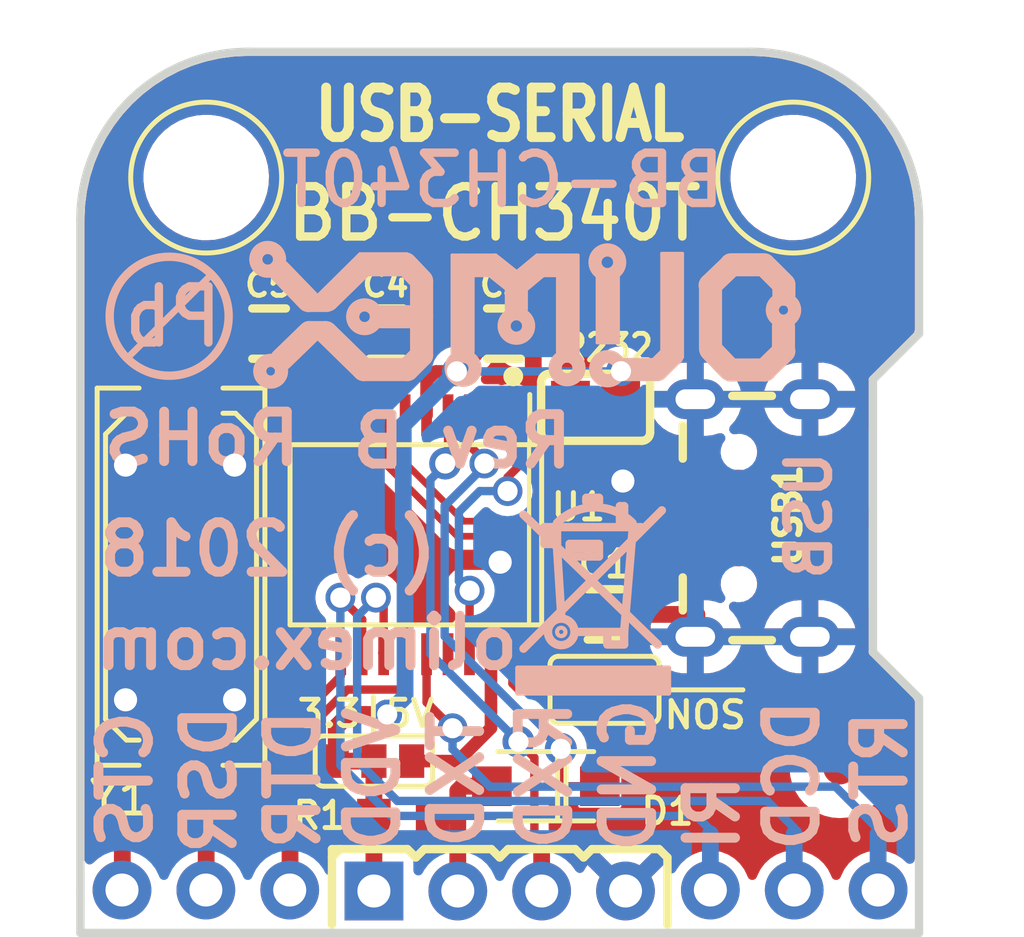
<source format=kicad_pcb>
(kicad_pcb (version 20221018) (generator pcbnew)
  (layers (0 "F.Cu" signal) (31 "B.Cu" signal) (34 "B.Paste" user) (35 "F.Paste" user) (36 "B.SilkS" user "B.Silkscreen") (37 "F.SilkS" user "F.Silkscreen") (38 "B.Mask" user) (39 "F.Mask" user) (44 "Edge.Cuts" user))
  (net 0 "")
  (net 1 "Net-(C4-Pad1)")
  (net 2 "GND")
  (net 3 "Net-(C5-Pad1)")
  (net 4 "Net-(USB1-Pad4)")
  (net 5 "/VDD")
  (net 6 "/DCD")
  (net 7 "/RI")
  (net 8 "/NOS")
  (net 9 "/TXD")
  (net 10 "/TX")
  (net 11 "/RXD")
  (net 12 "/RTS")
  (net 13 "/CTS")
  (net 14 "/DTR")
  (net 15 "/DSR")
  (net 16 "/D_N")
  (net 17 "/D_P")
  (net 18 "Net-(SJ2-Pad1)")
  (net 19 "Net-(C1-Pad1)")
  (net 20 "Net-(C3-Pad1)")
  (footprint "Connect:1pin" (layer "F.Cu") (at 152.81 107.11)
    (fp_text reference "" hide)
    (fp_text value "1pin")
    (pad "" np_thru_hole circle (at 0 0) (size 3.3 3.3) (drill 3.3) (layers "*.Cu" "*.Mask"))
  )
  (footprint "Connect:1pin" (layer "F.Cu") (at 170.59 107.11)
    (fp_text reference "" hide)
    (fp_text value "1pin")
    (pad "" np_thru_hole circle (at 0 0) (size 3.3 3.3) (drill 3.3) (layers "*.Cu" "*.Mask"))
  )
  (footprint "Fiducial1x3" (layer "F.Cu") (at 151 119)
    (fp_text reference "" (at 0 3) (layer "F.SilkS"))
    (fp_text value "Fiducial1x3")
    (pad "Fid1" connect circle (at 0 0) (size 1 1) (layers "F.Cu" "F.Mask") (clearance 1.016))
  )
  (footprint "OLIMEX_Other-FP:Fiducial1x3" (layer "F.Cu") (at 172 125)
    (fp_text reference "" (at 0 3) (layer "F.SilkS"))
    (fp_text value "Fiducial1x3")
    (pad "Fid1" connect circle (at 0 0) (size 1 1) (layers "F.Cu" "F.Mask") (clearance 1.016))
  )
  (footprint "OLIMEX_Other-FP:Fiducial1x3" (layer "F.Cu") (at 172 111)
    (fp_text reference "" (at 3.683 1.651) (layer "F.SilkS"))
    (fp_text value "Fiducial1x3")
    (pad "Fid1" connect circle (at 0 0) (size 1 1) (layers "F.Cu" "F.Mask") (clearance 1.016))
  )
  (footprint "OLIMEX_Other-FP:via_09_07" (layer "F.Cu") (at 153.67 115.824)
    (fp_text reference "Ref**" hide)
    (fp_text value "Val**")
    (pad "0" thru_hole circle (at 0 0) (size 0.9 0.9) (drill 0.7) (layers "*.Cu") (net 2 "GND"))
  )
  (footprint "OLIMEX_Other-FP:via_09_07" (layer "F.Cu") (at 153.67 122.936)
    (fp_text reference "Ref**" hide)
    (fp_text value "Val**")
    (pad "0" thru_hole circle (at 0 0) (size 0.9 0.9) (drill 0.7) (layers "*.Cu") (net 2 "GND"))
  )
  (footprint "OLIMEX_Other-FP:via_09_07" (layer "F.Cu") (at 150.368 122.936)
    (fp_text reference "Ref**" hide)
    (fp_text value "Val**")
    (pad "0" thru_hole circle (at 0 0) (size 0.9 0.9) (drill 0.7) (layers "*.Cu") (net 2 "GND"))
  )
  (footprint "OLIMEX_Other-FP:via_09_07" (layer "F.Cu") (at 150.368 115.824)
    (fp_text reference "Ref**" hide)
    (fp_text value "Val**")
    (pad "0" thru_hole circle (at 0 0) (size 0.9 0.9) (drill 0.7) (layers "*.Cu") (net 2 "GND"))
  )
  (footprint "OLIMEX_Connectors-FP:HN1x3" (layer "F.Cu") (at 152.8 128.7)
    (fp_text reference "CON1" hide)
    (fp_text value "n.a")
    (pad "1" thru_hole circle (at -2.54 0) (size 1.778 1.778) (drill 1) (layers "*.Cu" "*.Mask") (net 13 "/CTS"))
    (pad "2" thru_hole circle (at 0 0) (size 1.778 1.778) (drill 1) (layers "*.Cu" "*.Mask") (net 15 "/DSR"))
    (pad "3" thru_hole circle (at 2.54 0) (size 1.778 1.778) (drill 1) (layers "*.Cu" "*.Mask") (net 14 "/DTR"))
  )
  (footprint "OLIMEX_Connectors-FP:HN1x3" (layer "F.Cu") (at 170.62 128.7)
    (fp_text reference "CON2" hide)
    (fp_text value "n.a")
    (pad "1" thru_hole circle (at -2.54 0) (size 1.778 1.778) (drill 1) (layers "*.Cu" "*.Mask") (net 7 "/RI"))
    (pad "2" thru_hole circle (at 0 0) (size 1.778 1.778) (drill 1) (layers "*.Cu" "*.Mask") (net 6 "/DCD"))
    (pad "3" thru_hole circle (at 2.54 0) (size 1.778 1.778) (drill 1) (layers "*.Cu" "*.Mask") (net 12 "/RTS"))
  )
  (footprint "OLIMEX_Other-FP:via_09_07" (layer "F.Cu") (at 165.4302 116.3066)
    (fp_text reference "Ref**" hide)
    (fp_text value "Val**")
    (pad "0" thru_hole circle (at 0 0) (size 0.9 0.9) (drill 0.7) (layers "*.Cu") (net 2 "GND"))
  )
  (footprint "OLIMEX_Jumpers-FP:SJ" (layer "F.Cu") (at 164.6047 114.0714)
    (fp_text reference "SJ2" hide)
    (fp_text value "RS232")
    (pad "1" smd rect (at -0.762 0) (size 1.1684 1.6002) (layers "F.Cu" "F.Mask") (net 18 "Net-(SJ2-Pad1)") (clearance 0.0508))
    (pad "1" smd rect (at -0.762 0) (size 1.1684 1.6002) (layers "F.Cu" "F.Mask") (net 18 "Net-(SJ2-Pad1)"))
    (pad "2" smd rect (at 0.762 0) (size 1.1684 1.6002) (layers "F.Cu" "F.Mask") (net 20 "Net-(C3-Pad1)") (clearance 0.0508))
  )
  (footprint "OLIMEX_Other-FP:via_09_07" (layer "F.Cu") (at 161.71418 118.76532)
    (fp_text reference "Ref**" hide)
    (fp_text value "Val**")
    (pad "0" thru_hole circle (at 0 0) (size 0.9 0.9) (drill 0.7) (layers "*.Cu") (net 2 "GND"))
  )
  (footprint "OLIMEX_Jumpers-FP:SJ_2_SMALL_12_TIED" (layer "F.Cu") (at 157.89 124.793)
    (fp_text reference "JP1" hide)
    (fp_text value "3.3-5V")
    (fp_line (start -1.143 0) (end 0 0) (stroke (width 0.508)) (layer "F.Cu"))
    (pad "1" smd rect (at -1.143 0) (size 0.762 1.016) (layers "F.Cu" "F.Mask") (net 20 "Net-(C3-Pad1)") (clearance 0.0508))
    (pad "2" smd rect (at 0 0) (size 0.762 1.016) (layers "F.Cu" "F.Mask") (net 5 "/VDD") (clearance 0.0508))
    (pad "3" smd rect (at 1.143 0) (size 0.762 1.016) (layers "F.Cu" "F.Mask") (net 19 "Net-(C1-Pad1)") (clearance 0.0508))
  )
  (footprint "OLIMEX_RLC-FP:C_0603_5MIL_DWS" (layer "F.Cu") (at 164.875 120.348)
    (fp_text reference "C1" (at 0 -1.524) (layer "F.SilkS") (effects (font (size 0.8 0.8))))
    (fp_text value "2.2uF")
    (pad "1" smd rect (at -0.889 0) (size 1.016 1.016) (layers "F.Cu" "F.Paste" "F.Mask") (net 19 "Net-(C1-Pad1)") (clearance 0.0508))
    (pad "2" smd rect (at 0.889 0) (size 1.016 1.016) (layers "F.Cu" "F.Paste" "F.Mask") (net 2 "GND") (clearance 0.0508))
  )
  (footprint "OLIMEX_RLC-FP:C_0603_5MIL_DWS" (layer "F.Cu") (at 161.827 111.839)
    (fp_text reference "C3" (at -0.029 -1.476) (layer "F.SilkS") (effects (font (size 0.7 0.7))))
    (fp_text value "10nF")
    (pad "1" smd rect (at -0.889 0) (size 1.016 1.016) (layers "F.Cu" "F.Paste" "F.Mask") (net 20 "Net-(C3-Pad1)") (clearance 0.0508))
    (pad "2" smd rect (at 0.889 0) (size 1.016 1.016) (layers "F.Cu" "F.Paste" "F.Mask") (net 2 "GND") (clearance 0.0508))
  )
  (footprint "OLIMEX_RLC-FP:C_0603_5MIL_DWS" (layer "F.Cu") (at 158.271 111.839)
    (fp_text reference "C4" (at -0.029 -1.476) (layer "F.SilkS") (effects (font (size 0.7 0.7))))
    (fp_text value "39p")
    (pad "1" smd rect (at -0.889 0) (size 1.016 1.016) (layers "F.Cu" "F.Paste" "F.Mask") (net 1 "Net-(C4-Pad1)") (clearance 0.0508))
    (pad "2" smd rect (at 0.889 0) (size 1.016 1.016) (layers "F.Cu" "F.Paste" "F.Mask") (net 2 "GND") (clearance 0.0508))
  )
  (footprint "OLIMEX_RLC-FP:C_0603_5MIL_DWS" (layer "F.Cu") (at 154.715 111.839 180)
    (fp_text reference "C5" (at 0.029 1.476) (layer "F.SilkS") (effects (font (size 0.7 0.7))))
    (fp_text value "39p")
    (pad "1" smd rect (at -0.889 0 180) (size 1.016 1.016) (layers "F.Cu" "F.Paste" "F.Mask") (net 3 "Net-(C5-Pad1)") (clearance 0.0508))
    (pad "2" smd rect (at 0.889 0 180) (size 1.016 1.016) (layers "F.Cu" "F.Paste" "F.Mask") (net 2 "GND") (clearance 0.0508))
  )
  (footprint "OLIMEX_Connectors-FP:HN1x4" (layer "F.Cu") (at 161.7 128.73)
    (fp_text reference "POUT1" hide)
    (fp_text value "HR1X4")
    (pad "1" thru_hole rect (at -3.81 0) (size 1.778 1.778) (drill 1) (layers "*.Cu" "*.Mask") (net 5 "/VDD"))
    (pad "2" thru_hole circle (at -1.27 0) (size 1.778 1.778) (drill 1) (layers "*.Cu" "*.Mask") (net 9 "/TXD"))
    (pad "3" thru_hole circle (at 1.27 0) (size 1.778 1.778) (drill 1) (layers "*.Cu" "*.Mask") (net 11 "/RXD"))
    (pad "4" thru_hole circle (at 3.81 0) (size 1.778 1.778) (drill 1) (layers "*.Cu" "*.Mask") (net 2 "GND"))
  )
  (footprint "OLIMEX_RLC-FP:R_0603_5MIL_DWS" (layer "F.Cu") (at 158.779 126.444)
    (fp_text reference "R1" (at -2.54 0) (layer "F.SilkS") (effects (font (size 0.8 0.8))))
    (fp_text value "1K")
    (pad "1" smd rect (at -0.889 0) (size 1.016 1.016) (layers "F.Cu" "F.Paste" "F.Mask") (net 5 "/VDD"))
    (pad "2" smd rect (at 0.889 0) (size 1.016 1.016) (layers "F.Cu" "F.Paste" "F.Mask") (net 9 "/TXD"))
  )
  (footprint "OLIMEX_IC-FP:SSOP-20W" (layer "F.Cu") (at 159.16 117.935 180)
    (fp_text reference "U1" (at -4.924 0.841) (layer "F.SilkS") (effects (font (size 0.8 0.8))))
    (fp_text value "CH340H/T")
    (pad "" smd circle (at -2.95 4.8 180) (size 0.6 0.6) (layers "F.SilkS"))
    (pad "1" smd rect (at -2.925 3.6195 180) (size 0.325 1.27) (layers "F.Cu" "F.Paste" "F.Mask"))
    (pad "2" smd rect (at -2.275 3.6195 180) (size 0.325 1.27) (layers "F.Cu" "F.Paste" "F.Mask"))
    (pad "3" smd rect (at -1.625 3.6195 180) (size 0.325 1.27) (layers "F.Cu" "F.Paste" "F.Mask") (net 10 "/TX"))
    (pad "4" smd rect (at -0.975 3.6195 180) (size 0.325 1.27) (layers "F.Cu" "F.Paste" "F.Mask") (net 11 "/RXD"))
    (pad "5" smd rect (at -0.325 3.6195 180) (size 0.325 1.27) (layers "F.Cu" "F.Paste" "F.Mask") (net 20 "Net-(C3-Pad1)"))
    (pad "6" smd rect (at 0.325 3.6195 180) (size 0.325 1.27) (layers "F.Cu" "F.Paste" "F.Mask") (net 17 "/D_P"))
    (pad "7" smd rect (at 0.975 3.6195 180) (size 0.325 1.27) (layers "F.Cu" "F.Paste" "F.Mask") (net 16 "/D_N"))
    (pad "8" smd rect (at 1.625 3.6195 180) (size 0.325 1.27) (layers "F.Cu" "F.Paste" "F.Mask") (net 2 "GND"))
    (pad "9" smd rect (at 2.275 3.6195 180) (size 0.325 1.27) (layers "F.Cu" "F.Paste" "F.Mask") (net 1 "Net-(C4-Pad1)"))
    (pad "10" smd rect (at 2.925 3.6195 180) (size 0.325 1.27) (layers "F.Cu" "F.Paste" "F.Mask") (net 3 "Net-(C5-Pad1)"))
    (pad "11" smd rect (at 2.925 -3.6195 180) (size 0.325 1.27) (layers "F.Cu" "F.Paste" "F.Mask") (net 13 "/CTS"))
    (pad "12" smd rect (at 2.275 -3.6195 180) (size 0.325 1.27) (layers "F.Cu" "F.Paste" "F.Mask") (net 15 "/DSR"))
    (pad "13" smd rect (at 1.625 -3.6195 180) (size 0.325 1.27) (layers "F.Cu" "F.Paste" "F.Mask") (net 7 "/RI"))
    (pad "14" smd rect (at 0.975 -3.6195 180) (size 0.325 1.27) (layers "F.Cu" "F.Paste" "F.Mask") (net 6 "/DCD"))
    (pad "15" smd rect (at 0.325 -3.6195 180) (size 0.325 1.27) (layers "F.Cu" "F.Paste" "F.Mask") (net 14 "/DTR"))
    (pad "16" smd rect (at -0.325 -3.6195 180) (size 0.325 1.27) (layers "F.Cu" "F.Paste" "F.Mask") (net 12 "/RTS"))
    (pad "17" smd rect (at -0.975 -3.6195 180) (size 0.325 1.27) (layers "F.Cu" "F.Paste" "F.Mask"))
    (pad "18" smd rect (at -1.625 -3.6195 180) (size 0.325 1.27) (layers "F.Cu" "F.Paste" "F.Mask") (net 18 "Net-(SJ2-Pad1)"))
    (pad "19" smd rect (at -2.275 -3.6195 180) (size 0.325 1.27) (layers "F.Cu" "F.Paste" "F.Mask") (net 19 "Net-(C1-Pad1)"))
    (pad "20" smd rect (at -2.925 -3.6195 180) (size 0.325 1.27) (layers "F.Cu" "F.Paste" "F.Mask") (net 8 "/NOS"))
  )
  (footprint "OLIMEX_Connectors-FP:USB-MICRO_MISB-SWMM-5B_LF" (layer "F.Cu") (at 170.844 117.427)
    (fp_text reference "USB1" (at -0.41 -0.079 90) (layer "F.SilkS") (effects (font (size 0.762 0.762) (thickness 0.1905))))
    (fp_text value "USB-uicro-B")
    (pad "" np_thru_hole circle (at -1.9 -2 90) (size 0.6 0.6) (drill 0.6) (layers "*.Cu" "*.Mask"))
    (pad "" np_thru_hole circle (at -1.9 2 90) (size 0.6 0.6) (drill 0.6) (layers "*.Cu" "*.Mask"))
    (pad "0" thru_hole oval (at -3.22 -3.6 90) (size 1.2 1.8) (drill oval 0.6 1.2) (layers "*.Cu" "*.Mask") (net 2 "GND"))
    (pad "0" thru_hole oval (at -3.22 3.6 90) (size 1.2 1.8) (drill oval 0.6 1.2) (layers "*.Cu" "*.Mask") (net 2 "GND"))
    (pad "0" thru_hole oval (at 0.25 -3.6 90) (size 1.2 1.8) (drill oval 0.6 1.2) (layers "*.Cu" "*.Mask") (net 2 "GND"))
    (pad "0" thru_hole oval (at 0.25 3.6 90) (size 1.2 1.8) (drill oval 0.6 1.2) (layers "*.Cu" "*.Mask") (net 2 "GND"))
    (pad "0" smd rect (at 1.4 -1.5 90) (size 1.1 1) (layers "F.Cu" "F.Paste" "F.Mask") (net 2 "GND"))
    (pad "0" smd rect (at 1.4 1.5 90) (size 1.1 1) (layers "F.Cu" "F.Paste" "F.Mask") (net 2 "GND"))
    (pad "1" smd rect (at -2.9 1.3 90) (size 0.325 2.15) (layers "F.Cu" "F.Paste" "F.Mask") (net 19 "Net-(C1-Pad1)"))
    (pad "2" smd rect (at -2.9 0.65 90) (size 0.325 2.15) (layers "F.Cu" "F.Paste" "F.Mask") (net 16 "/D_N"))
    (pad "3" smd rect (at -2.9 0 90) (size 0.325 2.15) (layers "F.Cu" "F.Paste" "F.Mask") (net 17 "/D_P"))
    (pad "4" smd rect (at -2.9 -0.65 90) (size 0.325 2.15) (layers "F.Cu" "F.Paste" "F.Mask") (net 4 "Net-(USB1-Pad4)"))
    (pad "5" smd rect (at -2.9 -1.3 90) (size 0.325 2.15) (layers "F.Cu" "F.Paste" "F.Mask") (net 2 "GND"))
  )
  (footprint "OLIMEX_Crystal-FP:Q_49U3HMS" (layer "F.Cu") (at 152.048 119.205 90)
    (fp_text reference "Y1" (at -6.7056 -1.8542) (layer "F.SilkS"))
    (fp_text value "12.0MHz")
    (pad "1" smd rect (at -4.699 0 90) (size 4.826 1.1) (layers "F.Cu" "F.Paste" "F.Mask") (net 1 "Net-(C4-Pad1)") (clearance 0.0508))
    (pad "2" smd rect (at 4.699 0 90) (size 4.826 1.1) (layers "F.Cu" "F.Paste" "F.Mask") (net 3 "Net-(C5-Pad1)") (clearance 0.0508))
  )
  (footprint "OLIMEX_Jumpers-FP:SJ" (layer "F.Cu") (at 164.875 122.634)
    (fp_text reference "SJ1" hide)
    (fp_text value "#NOS")
    (pad "1" smd rect (at -0.762 0) (size 1.1684 1.6002) (layers "F.Cu" "F.Mask") (net 8 "/NOS"))
    (pad "1" smd rect (at -0.762 0) (size 1.1684 1.6002) (layers "F.Cu" "F.Mask") (net 8 "/NOS") (clearance 0.0508))
    (pad "2" smd rect (at 0.762 0) (size 1.1684 1.6002) (layers "F.Cu" "F.Mask") (net 2 "GND") (clearance 0.0508))
  )
  (footprint "OLIMEX_Diodes-FP:SOD-123_KA" (layer "F.Cu") (at 163.097 125.555 180)
    (fp_text reference "D1" (at -3.683 -0.762) (layer "F.SilkS") (effects (font (size 0.8 0.8))))
    (fp_text value "1N5819/S4")
    (pad "1" smd rect (at -1.635 0 180) (size 1.2 1.2) (layers "F.Cu" "F.Paste" "F.Mask") (net 10 "/TX") (clearance 0.0508))
    (pad "2" smd rect (at 1.635 0 180) (size 1.2 1.2) (layers "F.Cu" "F.Paste" "F.Mask") (net 9 "/TXD") (clearance 0.0508))
  )
  (footprint "OLIMEX_LOGOs-FP:OLIMEX_LOGO_TB" (layer "B.Cu") (at 162.306 111.252 180)
    (fp_text reference "" hide)
    (fp_text value "OLIMEX_LOGO_TB" hide)
  )
  (footprint "OLIMEX_LOGOs-FP:LOGO_PBFREE" (layer "B.Cu") (at 151.892 110.998)
    (fp_text reference "" (at -0.2794 3.52552) (layer "B.SilkS") (effects (justify mirror)))
    (fp_text value "LOGO_PBFREE")
    (fp_text user "Pb" (at -0.08636 0.33528) (layer "B.SilkS") (effects (font (size 1.7 1.5) (thickness 0.254)) (justify mirror)))
  )
  (footprint "OLIMEX_LOGOs-FP:LOGO_RECYCLEBIN_1" (layer "B.Cu") (at 166.8653 122.7836 180)
    (fp_text reference "" hide)
    (fp_text value "" hide)
  )
  (gr_line (start 166.78 122.634) (end 169.066 122.634) (stroke (width 0.15)) (layer "F.SilkS"))
  (gr_line (start 174.4 111.839) (end 174.4 108.38) (stroke (width 0.254)) (layer "Edge.Cuts"))
  (gr_line (start 149 108.38) (end 149 128.73) (stroke (width 0.254)) (layer "Edge.Cuts"))
  (gr_line (start 154.08 103.3) (end 169.32 103.3) (stroke (width 0.254)) (layer "Edge.Cuts"))
  (gr_arc (start 169.32 103.3) (mid 172.912102 104.787898) (end 174.4 108.38) (stroke (width 0.254)) (layer "Edge.Cuts"))
  (gr_line (start 149 130) (end 174.4 130) (stroke (width 0.254)) (layer "Edge.Cuts"))
  (gr_arc (start 149 108.38) (mid 150.487898 104.787898) (end 154.08 103.3) (stroke (width 0.254)) (layer "Edge.Cuts"))
  (gr_line (start 173.003 113.236) (end 173.003 121.491) (stroke (width 0.254)) (layer "Edge.Cuts"))
  (gr_line (start 149 130) (end 149 128.73) (stroke (width 0.254)) (layer "Edge.Cuts"))
  (gr_line (start 174.4 130) (end 174.4 122.888) (stroke (width 0.254)) (layer "Edge.Cuts"))
  (gr_line (start 173.003 113.236) (end 174.4 111.839) (stroke (width 0.254)) (layer "Edge.Cuts"))
  (gr_line (start 173.003 121.491) (end 174.4 122.888) (stroke (width 0.254)) (layer "Edge.Cuts"))
  (gr_text "USB" (at 171.069 117.348 90) (layer "B.SilkS") (effects (font (size 1.27 1.27) (thickness 0.254)) (justify mirror)))
  (gr_text "TXD" (at 160.401 125.349 90) (layer "B.SilkS") (effects (font (size 1.5 1.5) (thickness 0.3)) (justify mirror)))
  (gr_text "RI" (at 168.148 126.365 90) (layer "B.SilkS") (effects (font (size 1.5 1.5) (thickness 0.3)) (justify mirror)))
  (gr_text "DCD" (at 170.561 125.222 90) (layer "B.SilkS") (effects (font (size 1.5 1.5) (thickness 0.3)) (justify mirror)))
  (gr_text "RTS" (at 173.228 125.349 90) (layer "B.SilkS") (effects (font (size 1.5 1.5) (thickness 0.3)) (justify mirror)))
  (gr_text "DTR" (at 155.448 125.349 90) (layer "B.SilkS") (effects (font (size 1.5 1.5) (thickness 0.3)) (justify mirror)))
  (gr_text "CTS" (at 150.368 125.349 90) (layer "B.SilkS") (effects (font (size 1.5 1.5) (thickness 0.3)) (justify mirror)))
  (gr_text "DSR" (at 152.908 125.349 90) (layer "B.SilkS") (effects (font (size 1.5 1.5) (thickness 0.3)) (justify mirror)))
  (gr_text "RoHS" (at 152.6794 115.0239) (layer "B.SilkS") (effects (font (size 1.5 1.5) (thickness 0.3)) (justify mirror)))
  (gr_text "RXD" (at 163.068 125.222 90) (layer "B.SilkS") (effects (font (size 1.5 1.5) (thickness 0.3)) (justify mirror)))
  (gr_text "VDD" (at 157.861 125.349 90) (layer "B.SilkS") (effects (font (size 1.5 1.5) (thickness 0.3)) (justify mirror)))
  (gr_text "olimex.com" (at 155.8544 121.2088) (layer "B.SilkS") (effects (font (size 1.5 1.5) (thickness 0.3)) (justify mirror)))
  (gr_text "GND" (at 165.608 125.222 90) (layer "B.SilkS") (effects (font (size 1.5 1.5) (thickness 0.3)) (justify mirror)))
  (gr_text "(c) 2018" (at 154.686 118.3767) (layer "B.SilkS") (effects (font (size 1.5 1.5) (thickness 0.3)) (justify mirror)))
  (gr_text "Rev B" (at 160.5661 115.1001) (layer "B.SilkS") (effects (font (size 1.5 1.5) (thickness 0.3)) (justify mirror)))
  (gr_text "BB-CH340T" (at 161.798 107.188) (layer "B.SilkS") (effects (font (size 1.524 1.4986) (thickness 0.254)) (justify mirror)))
  (gr_text "BB-CH340T" (at 161.544 108.204) (layer "F.SilkS") (effects (font (size 1.524 1.397) (thickness 0.254))))
  (gr_text "NOS" (at 167.923 123.396) (layer "F.SilkS") (effects (font (size 0.8 0.8))))
  (gr_text "R232" (at 164.973 112.268) (layer "F.SilkS") (effects (font (size 0.8 0.7))))
  (gr_text "USB-SERIAL" (at 161.7 105.205) (layer "F.SilkS") (effects (font (size 1.5 1.2) (thickness 0.3))))
  (gr_text "3.3|5V" (at 157.6451 123.3551) (layer "F.SilkS") (effects (font (size 0.8 0.8))))
  (segment (start 156.885 114.3155) (end 156.885 116.146) (width 0.254) (layer "F.Cu") (net 1))
  (segment (start 156.885 113.501) (end 156.885 114.3155) (width 0.254) (layer "F.Cu") (net 1))
  (segment (start 156.885 116.146) (end 152.048 120.983) (width 0.254) (layer "F.Cu") (net 1))
  (segment (start 156.874 113.49) (end 156.885 113.501) (width 0.254) (layer "F.Cu") (net 1))
  (segment (start 156.874 113.109) (end 156.874 113.49) (width 0.254) (layer "F.Cu") (net 1))
  (segment (start 152.048 120.983) (end 152.048 123.904) (width 0.254) (layer "F.Cu") (net 1))
  (segment (start 157.382 111.839) (end 157.382 112.601) (width 0.254) (layer "F.Cu") (net 1))
  (segment (start 157.382 112.601) (end 156.874 113.109) (width 0.254) (layer "F.Cu") (net 1))
  (segment (start 157.535 114.3155) (end 157.535 116.5775) (width 0.254) (layer "F.Cu") (net 2))
  (segment (start 168.969 116.127) (end 168.987999 116.108001) (width 0.254) (layer "F.Cu") (net 2))
  (segment (start 165.764 120.348) (end 167.669 120.348) (width 0.508) (layer "F.Cu") (net 2))
  (segment (start 157.535 113.4265) (end 158.1065 112.855) (width 0.254) (layer "F.Cu") (net 2))
  (segment (start 159.8295 118.872) (end 161.544 118.872) (width 0.254) (layer "F.Cu") (net 2))
  (segment (start 157.535 114.3155) (end 157.535 113.4265) (width 0.254) (layer "F.Cu") (net 2))
  (segment (start 157.535 116.5775) (end 159.8295 118.872) (width 0.254) (layer "F.Cu") (net 2))
  (segment (start 167.944 116.127) (end 168.969 116.127) (width 0.254) (layer "F.Cu") (net 2))
  (segment (start 167.669 120.982) (end 167.624 121.027) (width 0.508) (layer "F.Cu") (net 2))
  (segment (start 168.987999 116.108001) (end 171.308999 116.108001) (width 0.254) (layer "F.Cu") (net 2))
  (segment (start 171.308999 116.108001) (end 171.49 115.927) (width 0.254) (layer "F.Cu") (net 2))
  (segment (start 167.669 120.348) (end 167.669 120.982) (width 0.508) (layer "F.Cu") (net 2))
  (segment (start 167.324 113.827) (end 167.28 113.871) (width 0.508) (layer "F.Cu") (net 2))
  (segment (start 167.624 113.827) (end 167.324 113.827) (width 0.508) (layer "F.Cu") (net 2))
  (segment (start 167.944 116.127) (end 166.302 116.127) (width 0.254) (layer "F.Cu") (net 2))
  (segment (start 166.302 116.127) (end 166.272 116.157) (width 0.254) (layer "F.Cu") (net 2))
  (segment (start 158.1065 112.855) (end 158.906 112.855) (width 0.254) (layer "F.Cu") (net 2))
  (segment (start 165.383 115.776) (end 165.764 116.157) (width 0.508) (layer "F.Cu") (net 2))
  (segment (start 171.49 115.927) (end 172.244 115.927) (width 0.254) (layer "F.Cu") (net 2))
  (segment (start 158.906 112.855) (end 159.16 112.601) (width 0.254) (layer "F.Cu") (net 2))
  (segment (start 159.16 112.601) (end 159.16 111.839) (width 0.254) (layer "F.Cu") (net 2))
  (segment (start 165.764 116.157) (end 166.272 116.157) (width 0.508) (layer "F.Cu") (net 2))
  (segment (start 152.048 114.506) (end 152.852 114.506) (width 0.254) (layer "F.Cu") (net 3))
  (segment (start 155.604 112.601) (end 156.235 113.232) (width 0.254) (layer "F.Cu") (net 3))
  (segment (start 153.614 113.744) (end 154.461 113.744) (width 0.254) (layer "F.Cu") (net 3))
  (segment (start 156.235 113.232) (end 156.235 114.3155) (width 0.254) (layer "F.Cu") (net 3))
  (segment (start 154.461 113.744) (end 155.604 112.601) (width 0.254) (layer "F.Cu") (net 3))
  (segment (start 152.852 114.506) (end 153.614 113.744) (width 0.254) (layer "F.Cu") (net 3))
  (segment (start 155.604 111.839) (end 155.604 112.601) (width 0.254) (layer "F.Cu") (net 3))
  (segment (start 157.89 124.793) (end 157.89 126.444) (width 0.508) (layer "F.Cu") (net 5))
  (segment (start 157.89 126.444) (end 157.89 128.73) (width 0.508) (layer "F.Cu") (net 5))
  (segment (start 158.144 121.5135) (end 158.185 121.5545) (width 0.254) (layer "F.Cu") (net 6))
  (segment (start 158.185 121.5545) (end 158.185 120.072168) (width 0.254) (layer "F.Cu") (net 6))
  (segment (start 158.185 120.072168) (end 157.951801 119.838969) (width 0.254) (layer "F.Cu") (net 6))
  (via (at 157.951801 119.838969) (size 0.9) (drill 0.6096) (layers "F.Cu" "B.Cu") (net 6))
  (segment (start 157.382 120.40877) (end 157.382 124.782) (width 0.254) (layer "B.Cu") (net 6))
  (segment (start 170.62 126.82) (end 170.62 127) (width 0.254) (layer "B.Cu") (net 6))
  (segment (start 169.8 126) (end 170.62 126.82) (width 0.254) (layer "B.Cu") (net 6))
  (segment (start 157.951801 119.838969) (end 157.382 120.40877) (width 0.254) (layer "B.Cu") (net 6))
  (segment (start 170.62 128.7) (end 170.62 127) (width 0.508) (layer "B.Cu") (net 6))
  (segment (start 158.6 126) (end 169.8 126) (width 0.254) (layer "B.Cu") (net 6))
  (segment (start 157.382 124.782) (end 158.6 126) (width 0.254) (layer "B.Cu") (net 6))
  (segment (start 157.535 120.501) (end 156.874 119.84) (width 0.254) (layer "F.Cu") (net 7))
  (segment (start 157.535 121.5545) (end 157.535 120.501) (width 0.254) (layer "F.Cu") (net 7))
  (via (at 156.874 119.84) (size 0.9) (drill 0.6096) (layers "F.Cu" "B.Cu") (net 7))
  (segment (start 167.65401 126.45401) (end 168.08 126.88) (width 0.254) (layer "B.Cu") (net 7))
  (segment (start 168.08 128.7) (end 168.08 127) (width 0.508) (layer "B.Cu") (net 7))
  (segment (start 156.874 119.84) (end 156.874 124.916066) (width 0.254) (layer "B.Cu") (net 7))
  (segment (start 168.08 126.88) (end 168.08 127) (width 0.254) (layer "B.Cu") (net 7))
  (segment (start 158.411943 126.45401) (end 167.65401 126.45401) (width 0.254) (layer "B.Cu") (net 7))
  (segment (start 156.874 124.916066) (end 158.411943 126.45401) (width 0.254) (layer "B.Cu") (net 7))
  (segment (start 162.085 121.5545) (end 162.085 122.4435) (width 0.254) (layer "F.Cu") (net 8))
  (segment (start 162.085 122.4435) (end 162.2755 122.634) (width 0.254) (layer "F.Cu") (net 8))
  (segment (start 163.2748 122.634) (end 164.113 122.634) (width 0.254) (layer "F.Cu") (net 8))
  (segment (start 162.2755 122.634) (end 163.2748 122.634) (width 0.254) (layer "F.Cu") (net 8))
  (segment (start 160.576592 125.555) (end 161.462 125.555) (width 0.508) (layer "F.Cu") (net 9))
  (segment (start 160.43 128.73) (end 160.43 126.4158) (width 0.508) (layer "F.Cu") (net 9))
  (segment (start 160.4018 126.444) (end 160.43 126.4158) (width 0.508) (layer "F.Cu") (net 9))
  (segment (start 159.668 126.444) (end 160.4018 126.444) (width 0.508) (layer "F.Cu") (net 9))
  (segment (start 160.43 126.4158) (end 160.43 125.701592) (width 0.508) (layer "F.Cu") (net 9))
  (segment (start 160.43 125.701592) (end 160.576592 125.555) (width 0.508) (layer "F.Cu") (net 9))
  (segment (start 160.785 115.23387) (end 161.235603 115.684473) (width 0.254) (layer "F.Cu") (net 10))
  (segment (start 161.235603 115.684473) (end 161.235603 115.776) (width 0.254) (layer "F.Cu") (net 10))
  (segment (start 163.5506 125.503261) (end 163.602339 125.555) (width 0.254) (layer "F.Cu") (net 10))
  (segment (start 163.5506 124.4219) (end 163.5506 125.503261) (width 0.254) (layer "F.Cu") (net 10))
  (segment (start 160.785 114.3155) (end 160.785 115.23387) (width 0.254) (layer "F.Cu") (net 10))
  (segment (start 163.602339 125.555) (end 164.732 125.555) (width 0.254) (layer "F.Cu") (net 10))
  (via (at 163.5506 124.4219) (size 0.9652) (drill 0.6096) (layers "F.Cu" "B.Cu") (net 10))
  (via (at 161.235603 115.776) (size 0.9) (drill 0.6096) (layers "F.Cu" "B.Cu") (net 10))
  (segment (start 162.377798 123.355595) (end 162.582849 123.355595) (width 0.254) (layer "B.Cu") (net 10))
  (segment (start 163.118338 123.989638) (end 163.5506 124.4219) (width 0.254) (layer "B.Cu") (net 10))
  (segment (start 163.118338 123.891084) (end 163.118338 123.989638) (width 0.254) (layer "B.Cu") (net 10))
  (segment (start 160.03299 121.010787) (end 162.377798 123.355595) (width 0.254) (layer "B.Cu") (net 10))
  (segment (start 161.235603 115.776) (end 161.235603 115.859397) (width 0.254) (layer "B.Cu") (net 10))
  (segment (start 162.582849 123.355595) (end 163.118338 123.891084) (width 0.254) (layer "B.Cu") (net 10))
  (segment (start 161.235603 115.859397) (end 160.03299 117.06201) (width 0.254) (layer "B.Cu") (net 10))
  (segment (start 160.03299 117.06201) (end 160.03299 121.010787) (width 0.254) (layer "B.Cu") (net 10))
  (segment (start 162.750499 124.688599) (end 162.750499 127.253264) (width 0.254) (layer "F.Cu") (net 11))
  (segment (start 162.750499 127.253264) (end 162.97 127.472765) (width 0.254) (layer "F.Cu") (net 11))
  (segment (start 160.135 114.3155) (end 160.135 115.69) (width 0.254) (layer "F.Cu") (net 11))
  (segment (start 162.97 128.73) (end 162.97 127.472765) (width 0.508) (layer "F.Cu") (net 11))
  (segment (start 160.135 115.608) (end 160.176 115.649) (width 0.254) (layer "F.Cu") (net 11))
  (segment (start 160.135 115.69) (end 160.049 115.776) (width 0.254) (layer "F.Cu") (net 11))
  (segment (start 162.2679 124.206) (end 162.750499 124.688599) (width 0.254) (layer "F.Cu") (net 11))
  (via (at 160.049 115.776) (size 0.9652) (drill 0.6096) (layers "F.Cu" "B.Cu") (net 11))
  (via (at 162.2679 124.206) (size 0.9652) (drill 0.6096) (layers "F.Cu" "B.Cu") (net 11))
  (segment (start 159.60118 121.53928) (end 159.60118 116.262564) (width 0.254) (layer "B.Cu") (net 11))
  (segment (start 159.60118 116.262564) (end 160.049 115.814744) (width 0.254) (layer "B.Cu") (net 11))
  (segment (start 160.049 115.814744) (end 160.049 115.776) (width 0.254) (layer "B.Cu") (net 11))
  (segment (start 162.2679 124.206) (end 159.60118 121.53928) (width 0.254) (layer "B.Cu") (net 11))
  (segment (start 159.485 123.0106) (end 160.271257 123.796857) (width 0.254) (layer "F.Cu") (net 12))
  (segment (start 159.485 121.5545) (end 159.485 123.0106) (width 0.254) (layer "F.Cu") (net 12))
  (via (at 160.271257 123.796857) (size 0.9) (drill 0.6096) (layers "F.Cu" "B.Cu") (net 12))
  (segment (start 173.16 128.7) (end 173.16 127) (width 0.508) (layer "B.Cu") (net 12))
  (segment (start 161.406194 125.56819) (end 171.86819 125.56819) (width 0.254) (layer "B.Cu") (net 12))
  (segment (start 173.16 126.86) (end 173.16 127) (width 0.254) (layer "B.Cu") (net 12))
  (segment (start 171.86819 125.56819) (end 173.16 126.86) (width 0.254) (layer "B.Cu") (net 12))
  (segment (start 160.271257 124.433253) (end 161.406194 125.56819) (width 0.254) (layer "B.Cu") (net 12))
  (segment (start 160.271257 123.796857) (end 160.271257 124.433253) (width 0.254) (layer "B.Cu") (net 12))
  (segment (start 150.27 127.206) (end 150.27 127.333) (width 0.254) (layer "F.Cu") (net 13))
  (segment (start 156.235 121.5545) (end 156.235 122.256516) (width 0.254) (layer "F.Cu") (net 13))
  (segment (start 153.731539 124.759977) (end 153.731539 125.940556) (width 0.254) (layer "F.Cu") (net 13))
  (segment (start 152.847095 126.825) (end 150.651 126.825) (width 0.254) (layer "F.Cu") (net 13))
  (segment (start 156.235 122.256516) (end 153.731539 124.759977) (width 0.254) (layer "F.Cu") (net 13))
  (segment (start 150.27 128.73) (end 150.27 127.333) (width 0.508) (layer "F.Cu") (net 13))
  (segment (start 153.731539 125.940556) (end 152.847095 126.825) (width 0.254) (layer "F.Cu") (net 13))
  (segment (start 150.651 126.825) (end 150.27 127.206) (width 0.254) (layer "F.Cu") (net 13))
  (segment (start 158.835 122.4435) (end 158.835 121.5545) (width 0.254) (layer "F.Cu") (net 14))
  (segment (start 155.35 127.472765) (end 155.35 127.079) (width 0.508) (layer "F.Cu") (net 14))
  (segment (start 155.35 128.73) (end 155.35 127.472765) (width 0.508) (layer "F.Cu") (net 14))
  (segment (start 155.35 127.079) (end 155.35 124.362857) (width 0.254) (layer "F.Cu") (net 14))
  (segment (start 155.35 124.362857) (end 157.087158 122.625699) (width 0.254) (layer "F.Cu") (net 14))
  (segment (start 157.087158 122.625699) (end 158.652801 122.625699) (width 0.254) (layer "F.Cu") (net 14))
  (segment (start 158.652801 122.625699) (end 158.835 122.4435) (width 0.254) (layer "F.Cu") (net 14))
  (segment (start 154.239689 124.862497) (end 154.239689 126.043076) (width 0.254) (layer "F.Cu") (net 15))
  (segment (start 156.885 121.5545) (end 156.885 122.217186) (width 0.254) (layer "F.Cu") (net 15))
  (segment (start 152.949765 127.333) (end 152.81 127.472765) (width 0.254) (layer "F.Cu") (net 15))
  (segment (start 152.986236 127.333) (end 152.949765 127.333) (width 0.254) (layer "F.Cu") (net 15))
  (segment (start 152.81 128.73) (end 152.81 127.472765) (width 0.508) (layer "F.Cu") (net 15))
  (segment (start 154.239689 126.043076) (end 152.949765 127.333) (width 0.254) (layer "F.Cu") (net 15))
  (segment (start 156.885 122.217186) (end 154.239689 124.862497) (width 0.254) (layer "F.Cu") (net 15))
  (segment (start 158.185 115.268001) (end 158.185 114.3155) (width 0.2032) (layer "F.Cu") (net 16))
  (segment (start 166.235099 117.9806) (end 160.418525 117.9806) (width 0.2032) (layer "F.Cu") (net 16))
  (segment (start 166.331499 118.077) (end 166.235099 117.9806) (width 0.2032) (layer "F.Cu") (net 16))
  (segment (start 167.944 118.077) (end 166.331499 118.077) (width 0.2032) (layer "F.Cu") (net 16))
  (segment (start 160.418525 117.9806) (end 158.2814 115.843475) (width 0.2032) (layer "F.Cu") (net 16))
  (segment (start 158.2814 115.843475) (end 158.2814 115.364401) (width 0.2032) (layer "F.Cu") (net 16))
  (segment (start 158.2814 115.364401) (end 158.185 115.268001) (width 0.2032) (layer "F.Cu") (net 16))
  (segment (start 158.7386 115.364401) (end 158.835 115.268001) (width 0.2032) (layer "F.Cu") (net 17))
  (segment (start 158.835 115.268001) (end 158.835 114.3155) (width 0.2032) (layer "F.Cu") (net 17))
  (segment (start 166.235099 117.5234) (end 160.607905 117.5234) (width 0.2032) (layer "F.Cu") (net 17))
  (segment (start 167.944 117.427) (end 166.331499 117.427) (width 0.2032) (layer "F.Cu") (net 17))
  (segment (start 160.607905 117.5234) (end 158.7386 115.654095) (width 0.2032) (layer "F.Cu") (net 17))
  (segment (start 166.331499 117.427) (end 166.235099 117.5234) (width 0.2032) (layer "F.Cu") (net 17))
  (segment (start 158.7386 115.654095) (end 158.7386 115.364401) (width 0.2032) (layer "F.Cu") (net 17))
  (segment (start 160.787791 119.6268) (end 160.787791 121.551709) (width 0.254) (layer "F.Cu") (net 18))
  (segment (start 160.787791 121.551709) (end 160.785 121.5545) (width 0.254) (layer "F.Cu") (net 18))
  (segment (start 163.8427 114.0714) (end 163.8427 114.2873) (width 0.254) (layer "F.Cu") (net 18))
  (segment (start 163.8427 114.2873) (end 161.9377 116.1923) (width 0.254) (layer "F.Cu") (net 18))
  (segment (start 161.9377 116.1923) (end 161.9377 116.6114) (width 0.254) (layer "F.Cu") (net 18))
  (via (at 160.787791 119.6268) (size 0.9) (drill 0.6096) (layers "F.Cu" "B.Cu") (net 18))
  (via (at 161.9377 116.6114) (size 0.9) (drill 0.6096) (layers "F.Cu" "B.Cu") (net 18))
  (segment (start 161.9377 116.6114) (end 161.09427 116.6114) (width 0.254) (layer "B.Cu") (net 18))
  (segment (start 160.4648 119.341538) (end 160.502529 119.341538) (width 0.254) (layer "B.Cu") (net 18))
  (segment (start 160.502529 119.341538) (end 160.787791 119.6268) (width 0.254) (layer "B.Cu") (net 18))
  (segment (start 160.4648 117.24087) (end 160.4648 119.341538) (width 0.254) (layer "B.Cu") (net 18))
  (segment (start 161.09427 116.6114) (end 160.4648 117.24087) (width 0.254) (layer "B.Cu") (net 18))
  (segment (start 161.435 123.790365) (end 160.432365 124.793) (width 0.381) (layer "F.Cu") (net 19))
  (segment (start 166.615 118.727) (end 166.145 118.727) (width 0.254) (layer "F.Cu") (net 19))
  (segment (start 163.986 120.348) (end 161.573 120.348) (width 0.381) (layer "F.Cu") (net 19))
  (segment (start 163.194 118.727) (end 161.573 120.348) (width 0.381) (layer "F.Cu") (net 19))
  (segment (start 167.944 118.727) (end 166.615 118.727) (width 0.254) (layer "F.Cu") (net 19))
  (segment (start 161.573 120.348) (end 161.435 120.486) (width 0.381) (layer "F.Cu") (net 19))
  (segment (start 161.435 120.486) (end 161.435 121.5545) (width 0.381) (layer "F.Cu") (net 19))
  (segment (start 160.432365 124.793) (end 159.033 124.793) (width 0.381) (layer "F.Cu") (net 19))
  (segment (start 163.194 118.727) (end 166.145 118.727) (width 0.508) (layer "F.Cu") (net 19))
  (segment (start 161.435 121.5545) (end 161.435 123.790365) (width 0.381) (layer "F.Cu") (net 19))
  (segment (start 157.656404 123.3805) (end 157.653783 123.377879) (width 0.508) (layer "F.Cu") (net 20))
  (segment (start 165.37178 114.06632) (end 165.3667 114.0714) (width 0.254) (layer "F.Cu") (net 20))
  (segment (start 158.2928 123.3805) (end 157.656404 123.3805) (width 0.508) (layer "F.Cu") (net 20))
  (segment (start 160.938 111.839) (end 160.938 112.448452) (width 0.508) (layer "F.Cu") (net 20))
  (segment (start 159.485 114.3155) (end 159.485 113.265056) (width 0.381) (layer "F.Cu") (net 20))
  (segment (start 159.485 113.265056) (end 159.765739 112.984317) (width 0.381) (layer "F.Cu") (net 20))
  (segment (start 157.653783 123.377879) (end 157.125254 123.377879) (width 0.508) (layer "F.Cu") (net 20))
  (segment (start 160.938 112.448452) (end 160.402135 112.984317) (width 0.508) (layer "F.Cu") (net 20))
  (segment (start 165.37178 112.9792) (end 165.37178 114.06632) (width 0.254) (layer "F.Cu") (net 20))
  (segment (start 157.125254 123.377879) (end 156.747 123.756133) (width 0.508) (layer "F.Cu") (net 20))
  (segment (start 156.747 123.756133) (end 156.747 124.793) (width 0.508) (layer "F.Cu") (net 20))
  (segment (start 159.765739 112.984317) (end 160.402135 112.984317) (width 0.381) (layer "F.Cu") (net 20))
  (via (at 158.2928 123.3805) (size 0.9) (drill 0.6096) (layers "F.Cu" "B.Cu") (net 20))
  (via (at 165.37178 112.9792) (size 0.9) (drill 0.6096) (layers "F.Cu" "B.Cu") (net 20))
  (via (at 160.402135 112.984317) (size 0.9) (drill 0.6096) (layers "F.Cu" "B.Cu") (net 20))
  (segment (start 165.366663 112.984317) (end 165.37178 112.9792) (width 0.254) (layer "B.Cu") (net 20))
  (segment (start 158.833602 122.839698) (end 158.742799 122.930501) (width 0.508) (layer "B.Cu") (net 20))
  (segment (start 158.742799 122.930501) (end 158.2928 123.3805) (width 0.508) (layer "B.Cu") (net 20))
  (segment (start 158.833602 117.735602) (end 158.833602 122.839698) (width 0.508) (layer "B.Cu") (net 20))
  (segment (start 158.779 117.681) (end 158.833602 117.735602) (width 0.508) (layer "B.Cu") (net 20))
  (segment (start 158.779 114.607452) (end 158.779 117.681) (width 0.508) (layer "B.Cu") (net 20))
  (segment (start 160.402135 112.984317) (end 165.366663 112.984317) (width 0.254) (layer "B.Cu") (net 20))
  (segment (start 160.402135 112.984317) (end 158.779 114.607452) (width 0.508) (layer "B.Cu") (net 20))
  (zone (net 2) (net_name "GND") (layer "F.Cu") (connect_pads (clearance 0.3048)) (min_thickness 0.3048) (fill yes (thermal_gap 0.508) (thermal_bridge_width 0.508))
    (polygon (pts (xy 148.873 102.06) (xy 174.273 102.06) (xy 174.4 130) (xy 149 130)))
  )
  (zone (net 0) (net_name "") (layer "F.Cu") (connect_pads (clearance 0)) (min_thickness 0.254)
    (keepout (tracks allowed) (vias allowed) (pads allowed) (copperpour not_allowed) (footprints allowed))
    (fill (thermal_gap 0.508) (thermal_bridge_width 0.508))
    (polygon (pts (xy 157.1752 113.2586) (xy 157.8483 113.4872) (xy 157.8356 115.4811) (xy 157.1879 115.4938)))
  )
  (zone (net 0) (net_name "") (layer "F.Cu") (connect_pads (clearance 0)) (min_thickness 0.254)
    (keepout (tracks allowed) (vias allowed) (pads allowed) (copperpour not_allowed) (footprints allowed))
    (fill (thermal_gap 0.508) (thermal_bridge_width 0.508))
    (polygon (pts (xy 166.653 115.649) (xy 169.32 115.649) (xy 169.32 119.205) (xy 166.653 119.205)))
  )
  (zone (net 2) (net_name "GND") (layer "B.Cu") (connect_pads (clearance 0.3048)) (min_thickness 0.3048) (fill yes (thermal_gap 0.508) (thermal_bridge_width 0.508))
    (polygon (pts (xy 149.127 101.806) (xy 174.3492 101.7298) (xy 174.3492 129.9492) (xy 149.1016 129.9238)))
  )
)
</source>
